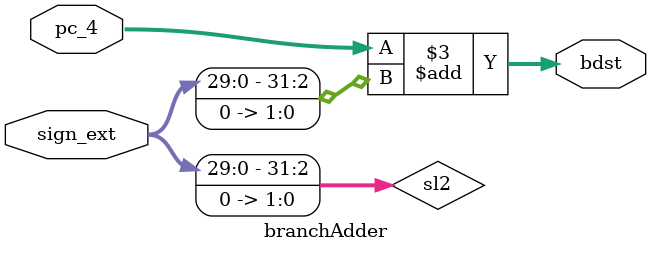
<source format=v>
`timescale 1ns / 1ps
module branchAdder(input [31:0] pc_4, input [31:0] sign_ext, output reg [31:0] bdst
    );
	
	wire [31:0] sl2;
	
	assign sl2 = sign_ext << 2;
	always @(*) begin
		bdst <= pc_4 + sl2;
	end

endmodule

</source>
